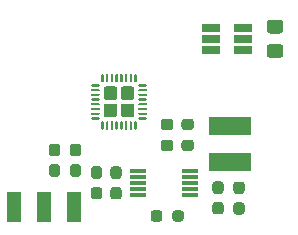
<source format=gbr>
%TF.GenerationSoftware,KiCad,Pcbnew,(5.1.10-1-10_14)*%
%TF.CreationDate,2021-08-31T12:45:11-05:00*%
%TF.ProjectId,wireless_measurement_ard,77697265-6c65-4737-935f-6d6561737572,rev?*%
%TF.SameCoordinates,Original*%
%TF.FileFunction,Paste,Bot*%
%TF.FilePolarity,Positive*%
%FSLAX46Y46*%
G04 Gerber Fmt 4.6, Leading zero omitted, Abs format (unit mm)*
G04 Created by KiCad (PCBNEW (5.1.10-1-10_14)) date 2021-08-31 12:45:11*
%MOMM*%
%LPD*%
G01*
G04 APERTURE LIST*
%ADD10R,1.560000X0.650000*%
%ADD11R,3.600000X1.500000*%
%ADD12R,1.400000X0.300000*%
%ADD13R,1.250000X2.500000*%
G04 APERTURE END LIST*
%TO.C,U1*%
G36*
G01*
X122862000Y-86424000D02*
X122762000Y-86424000D01*
G75*
G02*
X122712000Y-86374000I0J50000D01*
G01*
X122712000Y-85774000D01*
G75*
G02*
X122762000Y-85724000I50000J0D01*
G01*
X122862000Y-85724000D01*
G75*
G02*
X122912000Y-85774000I0J-50000D01*
G01*
X122912000Y-86374000D01*
G75*
G02*
X122862000Y-86424000I-50000J0D01*
G01*
G37*
G36*
G01*
X122462000Y-86424000D02*
X122362000Y-86424000D01*
G75*
G02*
X122312000Y-86374000I0J50000D01*
G01*
X122312000Y-85774000D01*
G75*
G02*
X122362000Y-85724000I50000J0D01*
G01*
X122462000Y-85724000D01*
G75*
G02*
X122512000Y-85774000I0J-50000D01*
G01*
X122512000Y-86374000D01*
G75*
G02*
X122462000Y-86424000I-50000J0D01*
G01*
G37*
G36*
G01*
X122062000Y-86424000D02*
X121962000Y-86424000D01*
G75*
G02*
X121912000Y-86374000I0J50000D01*
G01*
X121912000Y-85774000D01*
G75*
G02*
X121962000Y-85724000I50000J0D01*
G01*
X122062000Y-85724000D01*
G75*
G02*
X122112000Y-85774000I0J-50000D01*
G01*
X122112000Y-86374000D01*
G75*
G02*
X122062000Y-86424000I-50000J0D01*
G01*
G37*
G36*
G01*
X121662000Y-86424000D02*
X121562000Y-86424000D01*
G75*
G02*
X121512000Y-86374000I0J50000D01*
G01*
X121512000Y-85774000D01*
G75*
G02*
X121562000Y-85724000I50000J0D01*
G01*
X121662000Y-85724000D01*
G75*
G02*
X121712000Y-85774000I0J-50000D01*
G01*
X121712000Y-86374000D01*
G75*
G02*
X121662000Y-86424000I-50000J0D01*
G01*
G37*
G36*
G01*
X121262000Y-86424000D02*
X121162000Y-86424000D01*
G75*
G02*
X121112000Y-86374000I0J50000D01*
G01*
X121112000Y-85774000D01*
G75*
G02*
X121162000Y-85724000I50000J0D01*
G01*
X121262000Y-85724000D01*
G75*
G02*
X121312000Y-85774000I0J-50000D01*
G01*
X121312000Y-86374000D01*
G75*
G02*
X121262000Y-86424000I-50000J0D01*
G01*
G37*
G36*
G01*
X120862000Y-86424000D02*
X120762000Y-86424000D01*
G75*
G02*
X120712000Y-86374000I0J50000D01*
G01*
X120712000Y-85774000D01*
G75*
G02*
X120762000Y-85724000I50000J0D01*
G01*
X120862000Y-85724000D01*
G75*
G02*
X120912000Y-85774000I0J-50000D01*
G01*
X120912000Y-86374000D01*
G75*
G02*
X120862000Y-86424000I-50000J0D01*
G01*
G37*
G36*
G01*
X120462000Y-86424000D02*
X120362000Y-86424000D01*
G75*
G02*
X120312000Y-86374000I0J50000D01*
G01*
X120312000Y-85774000D01*
G75*
G02*
X120362000Y-85724000I50000J0D01*
G01*
X120462000Y-85724000D01*
G75*
G02*
X120512000Y-85774000I0J-50000D01*
G01*
X120512000Y-86374000D01*
G75*
G02*
X120462000Y-86424000I-50000J0D01*
G01*
G37*
G36*
G01*
X120062000Y-86424000D02*
X119962000Y-86424000D01*
G75*
G02*
X119912000Y-86374000I0J50000D01*
G01*
X119912000Y-85774000D01*
G75*
G02*
X119962000Y-85724000I50000J0D01*
G01*
X120062000Y-85724000D01*
G75*
G02*
X120112000Y-85774000I0J-50000D01*
G01*
X120112000Y-86374000D01*
G75*
G02*
X120062000Y-86424000I-50000J0D01*
G01*
G37*
G36*
G01*
X119712000Y-85574000D02*
X119112000Y-85574000D01*
G75*
G02*
X119062000Y-85524000I0J50000D01*
G01*
X119062000Y-85424000D01*
G75*
G02*
X119112000Y-85374000I50000J0D01*
G01*
X119712000Y-85374000D01*
G75*
G02*
X119762000Y-85424000I0J-50000D01*
G01*
X119762000Y-85524000D01*
G75*
G02*
X119712000Y-85574000I-50000J0D01*
G01*
G37*
G36*
G01*
X119712000Y-85174000D02*
X119112000Y-85174000D01*
G75*
G02*
X119062000Y-85124000I0J50000D01*
G01*
X119062000Y-85024000D01*
G75*
G02*
X119112000Y-84974000I50000J0D01*
G01*
X119712000Y-84974000D01*
G75*
G02*
X119762000Y-85024000I0J-50000D01*
G01*
X119762000Y-85124000D01*
G75*
G02*
X119712000Y-85174000I-50000J0D01*
G01*
G37*
G36*
G01*
X119712000Y-84774000D02*
X119112000Y-84774000D01*
G75*
G02*
X119062000Y-84724000I0J50000D01*
G01*
X119062000Y-84624000D01*
G75*
G02*
X119112000Y-84574000I50000J0D01*
G01*
X119712000Y-84574000D01*
G75*
G02*
X119762000Y-84624000I0J-50000D01*
G01*
X119762000Y-84724000D01*
G75*
G02*
X119712000Y-84774000I-50000J0D01*
G01*
G37*
G36*
G01*
X119712000Y-84374000D02*
X119112000Y-84374000D01*
G75*
G02*
X119062000Y-84324000I0J50000D01*
G01*
X119062000Y-84224000D01*
G75*
G02*
X119112000Y-84174000I50000J0D01*
G01*
X119712000Y-84174000D01*
G75*
G02*
X119762000Y-84224000I0J-50000D01*
G01*
X119762000Y-84324000D01*
G75*
G02*
X119712000Y-84374000I-50000J0D01*
G01*
G37*
G36*
G01*
X119712000Y-83974000D02*
X119112000Y-83974000D01*
G75*
G02*
X119062000Y-83924000I0J50000D01*
G01*
X119062000Y-83824000D01*
G75*
G02*
X119112000Y-83774000I50000J0D01*
G01*
X119712000Y-83774000D01*
G75*
G02*
X119762000Y-83824000I0J-50000D01*
G01*
X119762000Y-83924000D01*
G75*
G02*
X119712000Y-83974000I-50000J0D01*
G01*
G37*
G36*
G01*
X119712000Y-83574000D02*
X119112000Y-83574000D01*
G75*
G02*
X119062000Y-83524000I0J50000D01*
G01*
X119062000Y-83424000D01*
G75*
G02*
X119112000Y-83374000I50000J0D01*
G01*
X119712000Y-83374000D01*
G75*
G02*
X119762000Y-83424000I0J-50000D01*
G01*
X119762000Y-83524000D01*
G75*
G02*
X119712000Y-83574000I-50000J0D01*
G01*
G37*
G36*
G01*
X119712000Y-83174000D02*
X119112000Y-83174000D01*
G75*
G02*
X119062000Y-83124000I0J50000D01*
G01*
X119062000Y-83024000D01*
G75*
G02*
X119112000Y-82974000I50000J0D01*
G01*
X119712000Y-82974000D01*
G75*
G02*
X119762000Y-83024000I0J-50000D01*
G01*
X119762000Y-83124000D01*
G75*
G02*
X119712000Y-83174000I-50000J0D01*
G01*
G37*
G36*
G01*
X119712000Y-82774000D02*
X119112000Y-82774000D01*
G75*
G02*
X119062000Y-82724000I0J50000D01*
G01*
X119062000Y-82624000D01*
G75*
G02*
X119112000Y-82574000I50000J0D01*
G01*
X119712000Y-82574000D01*
G75*
G02*
X119762000Y-82624000I0J-50000D01*
G01*
X119762000Y-82724000D01*
G75*
G02*
X119712000Y-82774000I-50000J0D01*
G01*
G37*
G36*
G01*
X120062000Y-82424000D02*
X119962000Y-82424000D01*
G75*
G02*
X119912000Y-82374000I0J50000D01*
G01*
X119912000Y-81774000D01*
G75*
G02*
X119962000Y-81724000I50000J0D01*
G01*
X120062000Y-81724000D01*
G75*
G02*
X120112000Y-81774000I0J-50000D01*
G01*
X120112000Y-82374000D01*
G75*
G02*
X120062000Y-82424000I-50000J0D01*
G01*
G37*
G36*
G01*
X120462000Y-82424000D02*
X120362000Y-82424000D01*
G75*
G02*
X120312000Y-82374000I0J50000D01*
G01*
X120312000Y-81774000D01*
G75*
G02*
X120362000Y-81724000I50000J0D01*
G01*
X120462000Y-81724000D01*
G75*
G02*
X120512000Y-81774000I0J-50000D01*
G01*
X120512000Y-82374000D01*
G75*
G02*
X120462000Y-82424000I-50000J0D01*
G01*
G37*
G36*
G01*
X120862000Y-82424000D02*
X120762000Y-82424000D01*
G75*
G02*
X120712000Y-82374000I0J50000D01*
G01*
X120712000Y-81774000D01*
G75*
G02*
X120762000Y-81724000I50000J0D01*
G01*
X120862000Y-81724000D01*
G75*
G02*
X120912000Y-81774000I0J-50000D01*
G01*
X120912000Y-82374000D01*
G75*
G02*
X120862000Y-82424000I-50000J0D01*
G01*
G37*
G36*
G01*
X121262000Y-82424000D02*
X121162000Y-82424000D01*
G75*
G02*
X121112000Y-82374000I0J50000D01*
G01*
X121112000Y-81774000D01*
G75*
G02*
X121162000Y-81724000I50000J0D01*
G01*
X121262000Y-81724000D01*
G75*
G02*
X121312000Y-81774000I0J-50000D01*
G01*
X121312000Y-82374000D01*
G75*
G02*
X121262000Y-82424000I-50000J0D01*
G01*
G37*
G36*
G01*
X121662000Y-82424000D02*
X121562000Y-82424000D01*
G75*
G02*
X121512000Y-82374000I0J50000D01*
G01*
X121512000Y-81774000D01*
G75*
G02*
X121562000Y-81724000I50000J0D01*
G01*
X121662000Y-81724000D01*
G75*
G02*
X121712000Y-81774000I0J-50000D01*
G01*
X121712000Y-82374000D01*
G75*
G02*
X121662000Y-82424000I-50000J0D01*
G01*
G37*
G36*
G01*
X122062000Y-82424000D02*
X121962000Y-82424000D01*
G75*
G02*
X121912000Y-82374000I0J50000D01*
G01*
X121912000Y-81774000D01*
G75*
G02*
X121962000Y-81724000I50000J0D01*
G01*
X122062000Y-81724000D01*
G75*
G02*
X122112000Y-81774000I0J-50000D01*
G01*
X122112000Y-82374000D01*
G75*
G02*
X122062000Y-82424000I-50000J0D01*
G01*
G37*
G36*
G01*
X122462000Y-82424000D02*
X122362000Y-82424000D01*
G75*
G02*
X122312000Y-82374000I0J50000D01*
G01*
X122312000Y-81774000D01*
G75*
G02*
X122362000Y-81724000I50000J0D01*
G01*
X122462000Y-81724000D01*
G75*
G02*
X122512000Y-81774000I0J-50000D01*
G01*
X122512000Y-82374000D01*
G75*
G02*
X122462000Y-82424000I-50000J0D01*
G01*
G37*
G36*
G01*
X122862000Y-82424000D02*
X122762000Y-82424000D01*
G75*
G02*
X122712000Y-82374000I0J50000D01*
G01*
X122712000Y-81774000D01*
G75*
G02*
X122762000Y-81724000I50000J0D01*
G01*
X122862000Y-81724000D01*
G75*
G02*
X122912000Y-81774000I0J-50000D01*
G01*
X122912000Y-82374000D01*
G75*
G02*
X122862000Y-82424000I-50000J0D01*
G01*
G37*
G36*
G01*
X123712000Y-82774000D02*
X123112000Y-82774000D01*
G75*
G02*
X123062000Y-82724000I0J50000D01*
G01*
X123062000Y-82624000D01*
G75*
G02*
X123112000Y-82574000I50000J0D01*
G01*
X123712000Y-82574000D01*
G75*
G02*
X123762000Y-82624000I0J-50000D01*
G01*
X123762000Y-82724000D01*
G75*
G02*
X123712000Y-82774000I-50000J0D01*
G01*
G37*
G36*
G01*
X123712000Y-83174000D02*
X123112000Y-83174000D01*
G75*
G02*
X123062000Y-83124000I0J50000D01*
G01*
X123062000Y-83024000D01*
G75*
G02*
X123112000Y-82974000I50000J0D01*
G01*
X123712000Y-82974000D01*
G75*
G02*
X123762000Y-83024000I0J-50000D01*
G01*
X123762000Y-83124000D01*
G75*
G02*
X123712000Y-83174000I-50000J0D01*
G01*
G37*
G36*
G01*
X123712000Y-83574000D02*
X123112000Y-83574000D01*
G75*
G02*
X123062000Y-83524000I0J50000D01*
G01*
X123062000Y-83424000D01*
G75*
G02*
X123112000Y-83374000I50000J0D01*
G01*
X123712000Y-83374000D01*
G75*
G02*
X123762000Y-83424000I0J-50000D01*
G01*
X123762000Y-83524000D01*
G75*
G02*
X123712000Y-83574000I-50000J0D01*
G01*
G37*
G36*
G01*
X123712000Y-83974000D02*
X123112000Y-83974000D01*
G75*
G02*
X123062000Y-83924000I0J50000D01*
G01*
X123062000Y-83824000D01*
G75*
G02*
X123112000Y-83774000I50000J0D01*
G01*
X123712000Y-83774000D01*
G75*
G02*
X123762000Y-83824000I0J-50000D01*
G01*
X123762000Y-83924000D01*
G75*
G02*
X123712000Y-83974000I-50000J0D01*
G01*
G37*
G36*
G01*
X123712000Y-84374000D02*
X123112000Y-84374000D01*
G75*
G02*
X123062000Y-84324000I0J50000D01*
G01*
X123062000Y-84224000D01*
G75*
G02*
X123112000Y-84174000I50000J0D01*
G01*
X123712000Y-84174000D01*
G75*
G02*
X123762000Y-84224000I0J-50000D01*
G01*
X123762000Y-84324000D01*
G75*
G02*
X123712000Y-84374000I-50000J0D01*
G01*
G37*
G36*
G01*
X123712000Y-84774000D02*
X123112000Y-84774000D01*
G75*
G02*
X123062000Y-84724000I0J50000D01*
G01*
X123062000Y-84624000D01*
G75*
G02*
X123112000Y-84574000I50000J0D01*
G01*
X123712000Y-84574000D01*
G75*
G02*
X123762000Y-84624000I0J-50000D01*
G01*
X123762000Y-84724000D01*
G75*
G02*
X123712000Y-84774000I-50000J0D01*
G01*
G37*
G36*
G01*
X123712000Y-85174000D02*
X123112000Y-85174000D01*
G75*
G02*
X123062000Y-85124000I0J50000D01*
G01*
X123062000Y-85024000D01*
G75*
G02*
X123112000Y-84974000I50000J0D01*
G01*
X123712000Y-84974000D01*
G75*
G02*
X123762000Y-85024000I0J-50000D01*
G01*
X123762000Y-85124000D01*
G75*
G02*
X123712000Y-85174000I-50000J0D01*
G01*
G37*
G36*
G01*
X123712000Y-85574000D02*
X123112000Y-85574000D01*
G75*
G02*
X123062000Y-85524000I0J50000D01*
G01*
X123062000Y-85424000D01*
G75*
G02*
X123112000Y-85374000I50000J0D01*
G01*
X123712000Y-85374000D01*
G75*
G02*
X123762000Y-85424000I0J-50000D01*
G01*
X123762000Y-85524000D01*
G75*
G02*
X123712000Y-85574000I-50000J0D01*
G01*
G37*
G36*
G01*
X122472001Y-85384000D02*
X121801999Y-85384000D01*
G75*
G02*
X121552000Y-85134001I0J249999D01*
G01*
X121552000Y-84463999D01*
G75*
G02*
X121801999Y-84214000I249999J0D01*
G01*
X122472001Y-84214000D01*
G75*
G02*
X122722000Y-84463999I0J-249999D01*
G01*
X122722000Y-85134001D01*
G75*
G02*
X122472001Y-85384000I-249999J0D01*
G01*
G37*
G36*
G01*
X121022001Y-85384000D02*
X120351999Y-85384000D01*
G75*
G02*
X120102000Y-85134001I0J249999D01*
G01*
X120102000Y-84463999D01*
G75*
G02*
X120351999Y-84214000I249999J0D01*
G01*
X121022001Y-84214000D01*
G75*
G02*
X121272000Y-84463999I0J-249999D01*
G01*
X121272000Y-85134001D01*
G75*
G02*
X121022001Y-85384000I-249999J0D01*
G01*
G37*
G36*
G01*
X122472001Y-83934000D02*
X121801999Y-83934000D01*
G75*
G02*
X121552000Y-83684001I0J249999D01*
G01*
X121552000Y-83013999D01*
G75*
G02*
X121801999Y-82764000I249999J0D01*
G01*
X122472001Y-82764000D01*
G75*
G02*
X122722000Y-83013999I0J-249999D01*
G01*
X122722000Y-83684001D01*
G75*
G02*
X122472001Y-83934000I-249999J0D01*
G01*
G37*
G36*
G01*
X121022001Y-83934000D02*
X120351999Y-83934000D01*
G75*
G02*
X120102000Y-83684001I0J249999D01*
G01*
X120102000Y-83013999D01*
G75*
G02*
X120351999Y-82764000I249999J0D01*
G01*
X121022001Y-82764000D01*
G75*
G02*
X121272000Y-83013999I0J-249999D01*
G01*
X121272000Y-83684001D01*
G75*
G02*
X121022001Y-83934000I-249999J0D01*
G01*
G37*
%TD*%
D10*
%TO.C,U4*%
X129176800Y-78740000D03*
X129176800Y-77790000D03*
X129176800Y-79690000D03*
X131876800Y-79690000D03*
X131876800Y-78740000D03*
X131876800Y-77790000D03*
%TD*%
D11*
%TO.C,L1*%
X130810000Y-89155000D03*
X130810000Y-86105000D03*
%TD*%
D12*
%TO.C,U3*%
X127422000Y-91932000D03*
X127422000Y-91432000D03*
X127422000Y-90932000D03*
X127422000Y-90432000D03*
X127422000Y-89932000D03*
X123022000Y-89932000D03*
X123022000Y-90432000D03*
X123022000Y-90932000D03*
X123022000Y-91432000D03*
X123022000Y-91932000D03*
%TD*%
%TO.C,R6*%
G36*
G01*
X125924500Y-93963500D02*
X125924500Y-93488500D01*
G75*
G02*
X126162000Y-93251000I237500J0D01*
G01*
X126662000Y-93251000D01*
G75*
G02*
X126899500Y-93488500I0J-237500D01*
G01*
X126899500Y-93963500D01*
G75*
G02*
X126662000Y-94201000I-237500J0D01*
G01*
X126162000Y-94201000D01*
G75*
G02*
X125924500Y-93963500I0J237500D01*
G01*
G37*
G36*
G01*
X124099500Y-93963500D02*
X124099500Y-93488500D01*
G75*
G02*
X124337000Y-93251000I237500J0D01*
G01*
X124837000Y-93251000D01*
G75*
G02*
X125074500Y-93488500I0J-237500D01*
G01*
X125074500Y-93963500D01*
G75*
G02*
X124837000Y-94201000I-237500J0D01*
G01*
X124337000Y-94201000D01*
G75*
G02*
X124099500Y-93963500I0J237500D01*
G01*
G37*
%TD*%
D13*
%TO.C,SW1*%
X112562000Y-93008000D03*
X115062000Y-93008000D03*
X117562000Y-93008000D03*
%TD*%
%TO.C,C6*%
G36*
G01*
X126701000Y-87994500D02*
X126701000Y-87519500D01*
G75*
G02*
X126938500Y-87282000I237500J0D01*
G01*
X127513500Y-87282000D01*
G75*
G02*
X127751000Y-87519500I0J-237500D01*
G01*
X127751000Y-87994500D01*
G75*
G02*
X127513500Y-88232000I-237500J0D01*
G01*
X126938500Y-88232000D01*
G75*
G02*
X126701000Y-87994500I0J237500D01*
G01*
G37*
G36*
G01*
X124951000Y-87994500D02*
X124951000Y-87519500D01*
G75*
G02*
X125188500Y-87282000I237500J0D01*
G01*
X125763500Y-87282000D01*
G75*
G02*
X126001000Y-87519500I0J-237500D01*
G01*
X126001000Y-87994500D01*
G75*
G02*
X125763500Y-88232000I-237500J0D01*
G01*
X125188500Y-88232000D01*
G75*
G02*
X124951000Y-87994500I0J237500D01*
G01*
G37*
%TD*%
%TO.C,C5*%
G36*
G01*
X126701000Y-86216500D02*
X126701000Y-85741500D01*
G75*
G02*
X126938500Y-85504000I237500J0D01*
G01*
X127513500Y-85504000D01*
G75*
G02*
X127751000Y-85741500I0J-237500D01*
G01*
X127751000Y-86216500D01*
G75*
G02*
X127513500Y-86454000I-237500J0D01*
G01*
X126938500Y-86454000D01*
G75*
G02*
X126701000Y-86216500I0J237500D01*
G01*
G37*
G36*
G01*
X124951000Y-86216500D02*
X124951000Y-85741500D01*
G75*
G02*
X125188500Y-85504000I237500J0D01*
G01*
X125763500Y-85504000D01*
G75*
G02*
X126001000Y-85741500I0J-237500D01*
G01*
X126001000Y-86216500D01*
G75*
G02*
X125763500Y-86454000I-237500J0D01*
G01*
X125188500Y-86454000D01*
G75*
G02*
X124951000Y-86216500I0J237500D01*
G01*
G37*
%TD*%
%TO.C,R5*%
G36*
G01*
X121395500Y-90582000D02*
X120920500Y-90582000D01*
G75*
G02*
X120683000Y-90344500I0J237500D01*
G01*
X120683000Y-89769500D01*
G75*
G02*
X120920500Y-89532000I237500J0D01*
G01*
X121395500Y-89532000D01*
G75*
G02*
X121633000Y-89769500I0J-237500D01*
G01*
X121633000Y-90344500D01*
G75*
G02*
X121395500Y-90582000I-237500J0D01*
G01*
G37*
G36*
G01*
X121395500Y-92332000D02*
X120920500Y-92332000D01*
G75*
G02*
X120683000Y-92094500I0J237500D01*
G01*
X120683000Y-91519500D01*
G75*
G02*
X120920500Y-91282000I237500J0D01*
G01*
X121395500Y-91282000D01*
G75*
G02*
X121633000Y-91519500I0J-237500D01*
G01*
X121633000Y-92094500D01*
G75*
G02*
X121395500Y-92332000I-237500J0D01*
G01*
G37*
%TD*%
%TO.C,R4*%
G36*
G01*
X119269500Y-91282000D02*
X119744500Y-91282000D01*
G75*
G02*
X119982000Y-91519500I0J-237500D01*
G01*
X119982000Y-92094500D01*
G75*
G02*
X119744500Y-92332000I-237500J0D01*
G01*
X119269500Y-92332000D01*
G75*
G02*
X119032000Y-92094500I0J237500D01*
G01*
X119032000Y-91519500D01*
G75*
G02*
X119269500Y-91282000I237500J0D01*
G01*
G37*
G36*
G01*
X119269500Y-89532000D02*
X119744500Y-89532000D01*
G75*
G02*
X119982000Y-89769500I0J-237500D01*
G01*
X119982000Y-90344500D01*
G75*
G02*
X119744500Y-90582000I-237500J0D01*
G01*
X119269500Y-90582000D01*
G75*
G02*
X119032000Y-90344500I0J237500D01*
G01*
X119032000Y-89769500D01*
G75*
G02*
X119269500Y-89532000I237500J0D01*
G01*
G37*
%TD*%
%TO.C,C3*%
G36*
G01*
X131334500Y-92566000D02*
X131809500Y-92566000D01*
G75*
G02*
X132047000Y-92803500I0J-237500D01*
G01*
X132047000Y-93378500D01*
G75*
G02*
X131809500Y-93616000I-237500J0D01*
G01*
X131334500Y-93616000D01*
G75*
G02*
X131097000Y-93378500I0J237500D01*
G01*
X131097000Y-92803500D01*
G75*
G02*
X131334500Y-92566000I237500J0D01*
G01*
G37*
G36*
G01*
X131334500Y-90816000D02*
X131809500Y-90816000D01*
G75*
G02*
X132047000Y-91053500I0J-237500D01*
G01*
X132047000Y-91628500D01*
G75*
G02*
X131809500Y-91866000I-237500J0D01*
G01*
X131334500Y-91866000D01*
G75*
G02*
X131097000Y-91628500I0J237500D01*
G01*
X131097000Y-91053500D01*
G75*
G02*
X131334500Y-90816000I237500J0D01*
G01*
G37*
%TD*%
%TO.C,C2*%
G36*
G01*
X117491500Y-89363000D02*
X117966500Y-89363000D01*
G75*
G02*
X118204000Y-89600500I0J-237500D01*
G01*
X118204000Y-90175500D01*
G75*
G02*
X117966500Y-90413000I-237500J0D01*
G01*
X117491500Y-90413000D01*
G75*
G02*
X117254000Y-90175500I0J237500D01*
G01*
X117254000Y-89600500D01*
G75*
G02*
X117491500Y-89363000I237500J0D01*
G01*
G37*
G36*
G01*
X117491500Y-87613000D02*
X117966500Y-87613000D01*
G75*
G02*
X118204000Y-87850500I0J-237500D01*
G01*
X118204000Y-88425500D01*
G75*
G02*
X117966500Y-88663000I-237500J0D01*
G01*
X117491500Y-88663000D01*
G75*
G02*
X117254000Y-88425500I0J237500D01*
G01*
X117254000Y-87850500D01*
G75*
G02*
X117491500Y-87613000I237500J0D01*
G01*
G37*
%TD*%
%TO.C,C4*%
G36*
G01*
X129556500Y-92552000D02*
X130031500Y-92552000D01*
G75*
G02*
X130269000Y-92789500I0J-237500D01*
G01*
X130269000Y-93364500D01*
G75*
G02*
X130031500Y-93602000I-237500J0D01*
G01*
X129556500Y-93602000D01*
G75*
G02*
X129319000Y-93364500I0J237500D01*
G01*
X129319000Y-92789500D01*
G75*
G02*
X129556500Y-92552000I237500J0D01*
G01*
G37*
G36*
G01*
X129556500Y-90802000D02*
X130031500Y-90802000D01*
G75*
G02*
X130269000Y-91039500I0J-237500D01*
G01*
X130269000Y-91614500D01*
G75*
G02*
X130031500Y-91852000I-237500J0D01*
G01*
X129556500Y-91852000D01*
G75*
G02*
X129319000Y-91614500I0J237500D01*
G01*
X129319000Y-91039500D01*
G75*
G02*
X129556500Y-90802000I237500J0D01*
G01*
G37*
%TD*%
%TO.C,C1*%
G36*
G01*
X115713500Y-89363000D02*
X116188500Y-89363000D01*
G75*
G02*
X116426000Y-89600500I0J-237500D01*
G01*
X116426000Y-90175500D01*
G75*
G02*
X116188500Y-90413000I-237500J0D01*
G01*
X115713500Y-90413000D01*
G75*
G02*
X115476000Y-90175500I0J237500D01*
G01*
X115476000Y-89600500D01*
G75*
G02*
X115713500Y-89363000I237500J0D01*
G01*
G37*
G36*
G01*
X115713500Y-87613000D02*
X116188500Y-87613000D01*
G75*
G02*
X116426000Y-87850500I0J-237500D01*
G01*
X116426000Y-88425500D01*
G75*
G02*
X116188500Y-88663000I-237500J0D01*
G01*
X115713500Y-88663000D01*
G75*
G02*
X115476000Y-88425500I0J237500D01*
G01*
X115476000Y-87850500D01*
G75*
G02*
X115713500Y-87613000I237500J0D01*
G01*
G37*
%TD*%
%TO.C,R1*%
G36*
G01*
X135070001Y-78281000D02*
X134169999Y-78281000D01*
G75*
G02*
X133920000Y-78031001I0J249999D01*
G01*
X133920000Y-77380999D01*
G75*
G02*
X134169999Y-77131000I249999J0D01*
G01*
X135070001Y-77131000D01*
G75*
G02*
X135320000Y-77380999I0J-249999D01*
G01*
X135320000Y-78031001D01*
G75*
G02*
X135070001Y-78281000I-249999J0D01*
G01*
G37*
G36*
G01*
X135070001Y-80331000D02*
X134169999Y-80331000D01*
G75*
G02*
X133920000Y-80081001I0J249999D01*
G01*
X133920000Y-79430999D01*
G75*
G02*
X134169999Y-79181000I249999J0D01*
G01*
X135070001Y-79181000D01*
G75*
G02*
X135320000Y-79430999I0J-249999D01*
G01*
X135320000Y-80081001D01*
G75*
G02*
X135070001Y-80331000I-249999J0D01*
G01*
G37*
%TD*%
M02*

</source>
